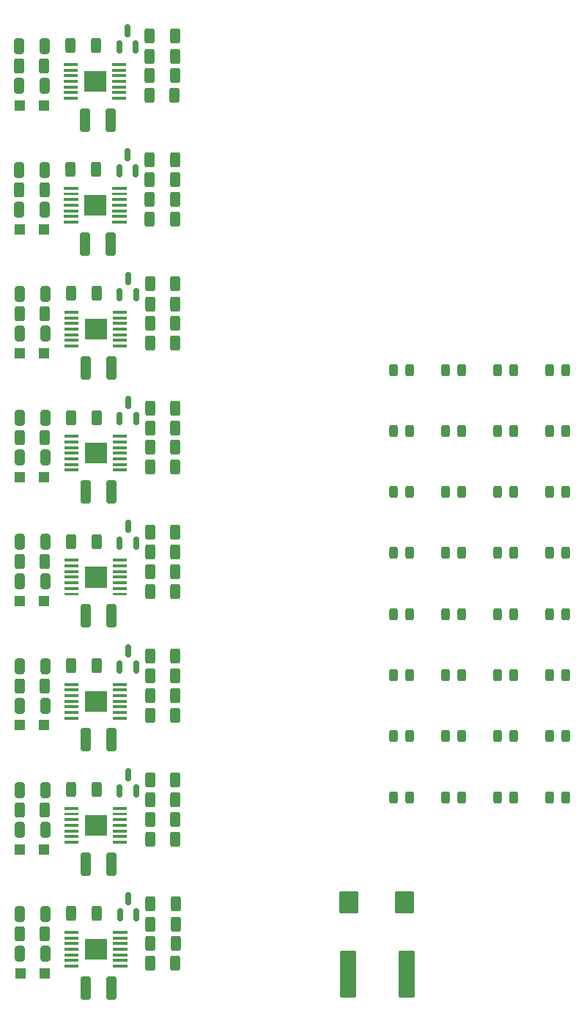
<source format=gbr>
G04 #@! TF.GenerationSoftware,KiCad,Pcbnew,8.0.1*
G04 #@! TF.CreationDate,2024-09-07T13:53:51-04:00*
G04 #@! TF.ProjectId,16ch-driver-v1,31366368-2d64-4726-9976-65722d76312e,rev?*
G04 #@! TF.SameCoordinates,Original*
G04 #@! TF.FileFunction,Paste,Top*
G04 #@! TF.FilePolarity,Positive*
%FSLAX46Y46*%
G04 Gerber Fmt 4.6, Leading zero omitted, Abs format (unit mm)*
G04 Created by KiCad (PCBNEW 8.0.1) date 2024-09-07 13:53:51*
%MOMM*%
%LPD*%
G01*
G04 APERTURE LIST*
G04 Aperture macros list*
%AMRoundRect*
0 Rectangle with rounded corners*
0 $1 Rounding radius*
0 $2 $3 $4 $5 $6 $7 $8 $9 X,Y pos of 4 corners*
0 Add a 4 corners polygon primitive as box body*
4,1,4,$2,$3,$4,$5,$6,$7,$8,$9,$2,$3,0*
0 Add four circle primitives for the rounded corners*
1,1,$1+$1,$2,$3*
1,1,$1+$1,$4,$5*
1,1,$1+$1,$6,$7*
1,1,$1+$1,$8,$9*
0 Add four rect primitives between the rounded corners*
20,1,$1+$1,$2,$3,$4,$5,0*
20,1,$1+$1,$4,$5,$6,$7,0*
20,1,$1+$1,$6,$7,$8,$9,0*
20,1,$1+$1,$8,$9,$2,$3,0*%
G04 Aperture macros list end*
%ADD10C,0.010000*%
%ADD11RoundRect,0.250000X-0.312500X-0.625000X0.312500X-0.625000X0.312500X0.625000X-0.312500X0.625000X0*%
%ADD12RoundRect,0.250000X-0.325000X-0.650000X0.325000X-0.650000X0.325000X0.650000X-0.325000X0.650000X0*%
%ADD13RoundRect,0.250000X0.312500X0.625000X-0.312500X0.625000X-0.312500X-0.625000X0.312500X-0.625000X0*%
%ADD14RoundRect,0.250000X0.325000X1.100000X-0.325000X1.100000X-0.325000X-1.100000X0.325000X-1.100000X0*%
%ADD15RoundRect,0.243750X-0.243750X-0.456250X0.243750X-0.456250X0.243750X0.456250X-0.243750X0.456250X0*%
%ADD16R,1.200000X1.200000*%
%ADD17RoundRect,0.250000X-0.875000X-1.025000X0.875000X-1.025000X0.875000X1.025000X-0.875000X1.025000X0*%
%ADD18RoundRect,0.150000X0.150000X-0.587500X0.150000X0.587500X-0.150000X0.587500X-0.150000X-0.587500X0*%
%ADD19RoundRect,0.250000X0.712500X2.475000X-0.712500X2.475000X-0.712500X-2.475000X0.712500X-2.475000X0*%
G04 APERTURE END LIST*
D10*
G04 #@! TO.C,U3*
X124561503Y-76783213D02*
X123011503Y-76783213D01*
X123011503Y-76533213D01*
X124561503Y-76533213D01*
X124561503Y-76783213D01*
G36*
X124561503Y-76783213D02*
G01*
X123011503Y-76783213D01*
X123011503Y-76533213D01*
X124561503Y-76533213D01*
X124561503Y-76783213D01*
G37*
X124561503Y-77433213D02*
X123011503Y-77433213D01*
X123011503Y-77183213D01*
X124561503Y-77183213D01*
X124561503Y-77433213D01*
G36*
X124561503Y-77433213D02*
G01*
X123011503Y-77433213D01*
X123011503Y-77183213D01*
X124561503Y-77183213D01*
X124561503Y-77433213D01*
G37*
X124561503Y-78083213D02*
X123011503Y-78083213D01*
X123011503Y-77833213D01*
X124561503Y-77833213D01*
X124561503Y-78083213D01*
G36*
X124561503Y-78083213D02*
G01*
X123011503Y-78083213D01*
X123011503Y-77833213D01*
X124561503Y-77833213D01*
X124561503Y-78083213D01*
G37*
X124561503Y-78733213D02*
X123011503Y-78733213D01*
X123011503Y-78483213D01*
X124561503Y-78483213D01*
X124561503Y-78733213D01*
G36*
X124561503Y-78733213D02*
G01*
X123011503Y-78733213D01*
X123011503Y-78483213D01*
X124561503Y-78483213D01*
X124561503Y-78733213D01*
G37*
X124561503Y-79383213D02*
X123011503Y-79383213D01*
X123011503Y-79133213D01*
X124561503Y-79133213D01*
X124561503Y-79383213D01*
G36*
X124561503Y-79383213D02*
G01*
X123011503Y-79383213D01*
X123011503Y-79133213D01*
X124561503Y-79133213D01*
X124561503Y-79383213D01*
G37*
X124561503Y-80033213D02*
X123011503Y-80033213D01*
X123011503Y-79783213D01*
X124561503Y-79783213D01*
X124561503Y-80033213D01*
G36*
X124561503Y-80033213D02*
G01*
X123011503Y-80033213D01*
X123011503Y-79783213D01*
X124561503Y-79783213D01*
X124561503Y-80033213D01*
G37*
X124561503Y-80683213D02*
X123011503Y-80683213D01*
X123011503Y-80433213D01*
X124561503Y-80433213D01*
X124561503Y-80683213D01*
G36*
X124561503Y-80683213D02*
G01*
X123011503Y-80683213D01*
X123011503Y-80433213D01*
X124561503Y-80433213D01*
X124561503Y-80683213D01*
G37*
X127816503Y-79763213D02*
X125356503Y-79763213D01*
X125356503Y-77453213D01*
X127816503Y-77453213D01*
X127816503Y-79763213D01*
G36*
X127816503Y-79763213D02*
G01*
X125356503Y-79763213D01*
X125356503Y-77453213D01*
X127816503Y-77453213D01*
X127816503Y-79763213D01*
G37*
X130161503Y-76783213D02*
X128611503Y-76783213D01*
X128611503Y-76533213D01*
X130161503Y-76533213D01*
X130161503Y-76783213D01*
G36*
X130161503Y-76783213D02*
G01*
X128611503Y-76783213D01*
X128611503Y-76533213D01*
X130161503Y-76533213D01*
X130161503Y-76783213D01*
G37*
X130161503Y-77433213D02*
X128611503Y-77433213D01*
X128611503Y-77183213D01*
X130161503Y-77183213D01*
X130161503Y-77433213D01*
G36*
X130161503Y-77433213D02*
G01*
X128611503Y-77433213D01*
X128611503Y-77183213D01*
X130161503Y-77183213D01*
X130161503Y-77433213D01*
G37*
X130161503Y-78083213D02*
X128611503Y-78083213D01*
X128611503Y-77833213D01*
X130161503Y-77833213D01*
X130161503Y-78083213D01*
G36*
X130161503Y-78083213D02*
G01*
X128611503Y-78083213D01*
X128611503Y-77833213D01*
X130161503Y-77833213D01*
X130161503Y-78083213D01*
G37*
X130161503Y-78733213D02*
X128611503Y-78733213D01*
X128611503Y-78483213D01*
X130161503Y-78483213D01*
X130161503Y-78733213D01*
G36*
X130161503Y-78733213D02*
G01*
X128611503Y-78733213D01*
X128611503Y-78483213D01*
X130161503Y-78483213D01*
X130161503Y-78733213D01*
G37*
X130161503Y-79383213D02*
X128611503Y-79383213D01*
X128611503Y-79133213D01*
X130161503Y-79133213D01*
X130161503Y-79383213D01*
G36*
X130161503Y-79383213D02*
G01*
X128611503Y-79383213D01*
X128611503Y-79133213D01*
X130161503Y-79133213D01*
X130161503Y-79383213D01*
G37*
X130161503Y-80033213D02*
X128611503Y-80033213D01*
X128611503Y-79783213D01*
X130161503Y-79783213D01*
X130161503Y-80033213D01*
G36*
X130161503Y-80033213D02*
G01*
X128611503Y-80033213D01*
X128611503Y-79783213D01*
X130161503Y-79783213D01*
X130161503Y-80033213D01*
G37*
X130161503Y-80683213D02*
X128611503Y-80683213D01*
X128611503Y-80433213D01*
X130161503Y-80433213D01*
X130161503Y-80683213D01*
G36*
X130161503Y-80683213D02*
G01*
X128611503Y-80683213D01*
X128611503Y-80433213D01*
X130161503Y-80433213D01*
X130161503Y-80683213D01*
G37*
G04 #@! TO.C,U8*
X124581503Y-148411783D02*
X123031503Y-148411783D01*
X123031503Y-148161783D01*
X124581503Y-148161783D01*
X124581503Y-148411783D01*
G36*
X124581503Y-148411783D02*
G01*
X123031503Y-148411783D01*
X123031503Y-148161783D01*
X124581503Y-148161783D01*
X124581503Y-148411783D01*
G37*
X124581503Y-149061783D02*
X123031503Y-149061783D01*
X123031503Y-148811783D01*
X124581503Y-148811783D01*
X124581503Y-149061783D01*
G36*
X124581503Y-149061783D02*
G01*
X123031503Y-149061783D01*
X123031503Y-148811783D01*
X124581503Y-148811783D01*
X124581503Y-149061783D01*
G37*
X124581503Y-149711783D02*
X123031503Y-149711783D01*
X123031503Y-149461783D01*
X124581503Y-149461783D01*
X124581503Y-149711783D01*
G36*
X124581503Y-149711783D02*
G01*
X123031503Y-149711783D01*
X123031503Y-149461783D01*
X124581503Y-149461783D01*
X124581503Y-149711783D01*
G37*
X124581503Y-150361783D02*
X123031503Y-150361783D01*
X123031503Y-150111783D01*
X124581503Y-150111783D01*
X124581503Y-150361783D01*
G36*
X124581503Y-150361783D02*
G01*
X123031503Y-150361783D01*
X123031503Y-150111783D01*
X124581503Y-150111783D01*
X124581503Y-150361783D01*
G37*
X124581503Y-151011783D02*
X123031503Y-151011783D01*
X123031503Y-150761783D01*
X124581503Y-150761783D01*
X124581503Y-151011783D01*
G36*
X124581503Y-151011783D02*
G01*
X123031503Y-151011783D01*
X123031503Y-150761783D01*
X124581503Y-150761783D01*
X124581503Y-151011783D01*
G37*
X124581503Y-151661783D02*
X123031503Y-151661783D01*
X123031503Y-151411783D01*
X124581503Y-151411783D01*
X124581503Y-151661783D01*
G36*
X124581503Y-151661783D02*
G01*
X123031503Y-151661783D01*
X123031503Y-151411783D01*
X124581503Y-151411783D01*
X124581503Y-151661783D01*
G37*
X124581503Y-152311783D02*
X123031503Y-152311783D01*
X123031503Y-152061783D01*
X124581503Y-152061783D01*
X124581503Y-152311783D01*
G36*
X124581503Y-152311783D02*
G01*
X123031503Y-152311783D01*
X123031503Y-152061783D01*
X124581503Y-152061783D01*
X124581503Y-152311783D01*
G37*
X127836503Y-151391783D02*
X125376503Y-151391783D01*
X125376503Y-149081783D01*
X127836503Y-149081783D01*
X127836503Y-151391783D01*
G36*
X127836503Y-151391783D02*
G01*
X125376503Y-151391783D01*
X125376503Y-149081783D01*
X127836503Y-149081783D01*
X127836503Y-151391783D01*
G37*
X130181503Y-148411783D02*
X128631503Y-148411783D01*
X128631503Y-148161783D01*
X130181503Y-148161783D01*
X130181503Y-148411783D01*
G36*
X130181503Y-148411783D02*
G01*
X128631503Y-148411783D01*
X128631503Y-148161783D01*
X130181503Y-148161783D01*
X130181503Y-148411783D01*
G37*
X130181503Y-149061783D02*
X128631503Y-149061783D01*
X128631503Y-148811783D01*
X130181503Y-148811783D01*
X130181503Y-149061783D01*
G36*
X130181503Y-149061783D02*
G01*
X128631503Y-149061783D01*
X128631503Y-148811783D01*
X130181503Y-148811783D01*
X130181503Y-149061783D01*
G37*
X130181503Y-149711783D02*
X128631503Y-149711783D01*
X128631503Y-149461783D01*
X130181503Y-149461783D01*
X130181503Y-149711783D01*
G36*
X130181503Y-149711783D02*
G01*
X128631503Y-149711783D01*
X128631503Y-149461783D01*
X130181503Y-149461783D01*
X130181503Y-149711783D01*
G37*
X130181503Y-150361783D02*
X128631503Y-150361783D01*
X128631503Y-150111783D01*
X130181503Y-150111783D01*
X130181503Y-150361783D01*
G36*
X130181503Y-150361783D02*
G01*
X128631503Y-150361783D01*
X128631503Y-150111783D01*
X130181503Y-150111783D01*
X130181503Y-150361783D01*
G37*
X130181503Y-151011783D02*
X128631503Y-151011783D01*
X128631503Y-150761783D01*
X130181503Y-150761783D01*
X130181503Y-151011783D01*
G36*
X130181503Y-151011783D02*
G01*
X128631503Y-151011783D01*
X128631503Y-150761783D01*
X130181503Y-150761783D01*
X130181503Y-151011783D01*
G37*
X130181503Y-151661783D02*
X128631503Y-151661783D01*
X128631503Y-151411783D01*
X130181503Y-151411783D01*
X130181503Y-151661783D01*
G36*
X130181503Y-151661783D02*
G01*
X128631503Y-151661783D01*
X128631503Y-151411783D01*
X130181503Y-151411783D01*
X130181503Y-151661783D01*
G37*
X130181503Y-152311783D02*
X128631503Y-152311783D01*
X128631503Y-152061783D01*
X130181503Y-152061783D01*
X130181503Y-152311783D01*
G36*
X130181503Y-152311783D02*
G01*
X128631503Y-152311783D01*
X128631503Y-152061783D01*
X130181503Y-152061783D01*
X130181503Y-152311783D01*
G37*
G04 #@! TO.C,U1*
X124486503Y-48169999D02*
X122936503Y-48169999D01*
X122936503Y-47919999D01*
X124486503Y-47919999D01*
X124486503Y-48169999D01*
G36*
X124486503Y-48169999D02*
G01*
X122936503Y-48169999D01*
X122936503Y-47919999D01*
X124486503Y-47919999D01*
X124486503Y-48169999D01*
G37*
X124486503Y-48819999D02*
X122936503Y-48819999D01*
X122936503Y-48569999D01*
X124486503Y-48569999D01*
X124486503Y-48819999D01*
G36*
X124486503Y-48819999D02*
G01*
X122936503Y-48819999D01*
X122936503Y-48569999D01*
X124486503Y-48569999D01*
X124486503Y-48819999D01*
G37*
X124486503Y-49469999D02*
X122936503Y-49469999D01*
X122936503Y-49219999D01*
X124486503Y-49219999D01*
X124486503Y-49469999D01*
G36*
X124486503Y-49469999D02*
G01*
X122936503Y-49469999D01*
X122936503Y-49219999D01*
X124486503Y-49219999D01*
X124486503Y-49469999D01*
G37*
X124486503Y-50119999D02*
X122936503Y-50119999D01*
X122936503Y-49869999D01*
X124486503Y-49869999D01*
X124486503Y-50119999D01*
G36*
X124486503Y-50119999D02*
G01*
X122936503Y-50119999D01*
X122936503Y-49869999D01*
X124486503Y-49869999D01*
X124486503Y-50119999D01*
G37*
X124486503Y-50769999D02*
X122936503Y-50769999D01*
X122936503Y-50519999D01*
X124486503Y-50519999D01*
X124486503Y-50769999D01*
G36*
X124486503Y-50769999D02*
G01*
X122936503Y-50769999D01*
X122936503Y-50519999D01*
X124486503Y-50519999D01*
X124486503Y-50769999D01*
G37*
X124486503Y-51419999D02*
X122936503Y-51419999D01*
X122936503Y-51169999D01*
X124486503Y-51169999D01*
X124486503Y-51419999D01*
G36*
X124486503Y-51419999D02*
G01*
X122936503Y-51419999D01*
X122936503Y-51169999D01*
X124486503Y-51169999D01*
X124486503Y-51419999D01*
G37*
X124486503Y-52069999D02*
X122936503Y-52069999D01*
X122936503Y-51819999D01*
X124486503Y-51819999D01*
X124486503Y-52069999D01*
G36*
X124486503Y-52069999D02*
G01*
X122936503Y-52069999D01*
X122936503Y-51819999D01*
X124486503Y-51819999D01*
X124486503Y-52069999D01*
G37*
X127741503Y-51149999D02*
X125281503Y-51149999D01*
X125281503Y-48839999D01*
X127741503Y-48839999D01*
X127741503Y-51149999D01*
G36*
X127741503Y-51149999D02*
G01*
X125281503Y-51149999D01*
X125281503Y-48839999D01*
X127741503Y-48839999D01*
X127741503Y-51149999D01*
G37*
X130086503Y-48169999D02*
X128536503Y-48169999D01*
X128536503Y-47919999D01*
X130086503Y-47919999D01*
X130086503Y-48169999D01*
G36*
X130086503Y-48169999D02*
G01*
X128536503Y-48169999D01*
X128536503Y-47919999D01*
X130086503Y-47919999D01*
X130086503Y-48169999D01*
G37*
X130086503Y-48819999D02*
X128536503Y-48819999D01*
X128536503Y-48569999D01*
X130086503Y-48569999D01*
X130086503Y-48819999D01*
G36*
X130086503Y-48819999D02*
G01*
X128536503Y-48819999D01*
X128536503Y-48569999D01*
X130086503Y-48569999D01*
X130086503Y-48819999D01*
G37*
X130086503Y-49469999D02*
X128536503Y-49469999D01*
X128536503Y-49219999D01*
X130086503Y-49219999D01*
X130086503Y-49469999D01*
G36*
X130086503Y-49469999D02*
G01*
X128536503Y-49469999D01*
X128536503Y-49219999D01*
X130086503Y-49219999D01*
X130086503Y-49469999D01*
G37*
X130086503Y-50119999D02*
X128536503Y-50119999D01*
X128536503Y-49869999D01*
X130086503Y-49869999D01*
X130086503Y-50119999D01*
G36*
X130086503Y-50119999D02*
G01*
X128536503Y-50119999D01*
X128536503Y-49869999D01*
X130086503Y-49869999D01*
X130086503Y-50119999D01*
G37*
X130086503Y-50769999D02*
X128536503Y-50769999D01*
X128536503Y-50519999D01*
X130086503Y-50519999D01*
X130086503Y-50769999D01*
G36*
X130086503Y-50769999D02*
G01*
X128536503Y-50769999D01*
X128536503Y-50519999D01*
X130086503Y-50519999D01*
X130086503Y-50769999D01*
G37*
X130086503Y-51419999D02*
X128536503Y-51419999D01*
X128536503Y-51169999D01*
X130086503Y-51169999D01*
X130086503Y-51419999D01*
G36*
X130086503Y-51419999D02*
G01*
X128536503Y-51419999D01*
X128536503Y-51169999D01*
X130086503Y-51169999D01*
X130086503Y-51419999D01*
G37*
X130086503Y-52069999D02*
X128536503Y-52069999D01*
X128536503Y-51819999D01*
X130086503Y-51819999D01*
X130086503Y-52069999D01*
G36*
X130086503Y-52069999D02*
G01*
X128536503Y-52069999D01*
X128536503Y-51819999D01*
X130086503Y-51819999D01*
X130086503Y-52069999D01*
G37*
G04 #@! TO.C,U2*
X124511503Y-62457499D02*
X122961503Y-62457499D01*
X122961503Y-62207499D01*
X124511503Y-62207499D01*
X124511503Y-62457499D01*
G36*
X124511503Y-62457499D02*
G01*
X122961503Y-62457499D01*
X122961503Y-62207499D01*
X124511503Y-62207499D01*
X124511503Y-62457499D01*
G37*
X124511503Y-63107499D02*
X122961503Y-63107499D01*
X122961503Y-62857499D01*
X124511503Y-62857499D01*
X124511503Y-63107499D01*
G36*
X124511503Y-63107499D02*
G01*
X122961503Y-63107499D01*
X122961503Y-62857499D01*
X124511503Y-62857499D01*
X124511503Y-63107499D01*
G37*
X124511503Y-63757499D02*
X122961503Y-63757499D01*
X122961503Y-63507499D01*
X124511503Y-63507499D01*
X124511503Y-63757499D01*
G36*
X124511503Y-63757499D02*
G01*
X122961503Y-63757499D01*
X122961503Y-63507499D01*
X124511503Y-63507499D01*
X124511503Y-63757499D01*
G37*
X124511503Y-64407499D02*
X122961503Y-64407499D01*
X122961503Y-64157499D01*
X124511503Y-64157499D01*
X124511503Y-64407499D01*
G36*
X124511503Y-64407499D02*
G01*
X122961503Y-64407499D01*
X122961503Y-64157499D01*
X124511503Y-64157499D01*
X124511503Y-64407499D01*
G37*
X124511503Y-65057499D02*
X122961503Y-65057499D01*
X122961503Y-64807499D01*
X124511503Y-64807499D01*
X124511503Y-65057499D01*
G36*
X124511503Y-65057499D02*
G01*
X122961503Y-65057499D01*
X122961503Y-64807499D01*
X124511503Y-64807499D01*
X124511503Y-65057499D01*
G37*
X124511503Y-65707499D02*
X122961503Y-65707499D01*
X122961503Y-65457499D01*
X124511503Y-65457499D01*
X124511503Y-65707499D01*
G36*
X124511503Y-65707499D02*
G01*
X122961503Y-65707499D01*
X122961503Y-65457499D01*
X124511503Y-65457499D01*
X124511503Y-65707499D01*
G37*
X124511503Y-66357499D02*
X122961503Y-66357499D01*
X122961503Y-66107499D01*
X124511503Y-66107499D01*
X124511503Y-66357499D01*
G36*
X124511503Y-66357499D02*
G01*
X122961503Y-66357499D01*
X122961503Y-66107499D01*
X124511503Y-66107499D01*
X124511503Y-66357499D01*
G37*
X127766503Y-65437499D02*
X125306503Y-65437499D01*
X125306503Y-63127499D01*
X127766503Y-63127499D01*
X127766503Y-65437499D01*
G36*
X127766503Y-65437499D02*
G01*
X125306503Y-65437499D01*
X125306503Y-63127499D01*
X127766503Y-63127499D01*
X127766503Y-65437499D01*
G37*
X130111503Y-62457499D02*
X128561503Y-62457499D01*
X128561503Y-62207499D01*
X130111503Y-62207499D01*
X130111503Y-62457499D01*
G36*
X130111503Y-62457499D02*
G01*
X128561503Y-62457499D01*
X128561503Y-62207499D01*
X130111503Y-62207499D01*
X130111503Y-62457499D01*
G37*
X130111503Y-63107499D02*
X128561503Y-63107499D01*
X128561503Y-62857499D01*
X130111503Y-62857499D01*
X130111503Y-63107499D01*
G36*
X130111503Y-63107499D02*
G01*
X128561503Y-63107499D01*
X128561503Y-62857499D01*
X130111503Y-62857499D01*
X130111503Y-63107499D01*
G37*
X130111503Y-63757499D02*
X128561503Y-63757499D01*
X128561503Y-63507499D01*
X130111503Y-63507499D01*
X130111503Y-63757499D01*
G36*
X130111503Y-63757499D02*
G01*
X128561503Y-63757499D01*
X128561503Y-63507499D01*
X130111503Y-63507499D01*
X130111503Y-63757499D01*
G37*
X130111503Y-64407499D02*
X128561503Y-64407499D01*
X128561503Y-64157499D01*
X130111503Y-64157499D01*
X130111503Y-64407499D01*
G36*
X130111503Y-64407499D02*
G01*
X128561503Y-64407499D01*
X128561503Y-64157499D01*
X130111503Y-64157499D01*
X130111503Y-64407499D01*
G37*
X130111503Y-65057499D02*
X128561503Y-65057499D01*
X128561503Y-64807499D01*
X130111503Y-64807499D01*
X130111503Y-65057499D01*
G36*
X130111503Y-65057499D02*
G01*
X128561503Y-65057499D01*
X128561503Y-64807499D01*
X130111503Y-64807499D01*
X130111503Y-65057499D01*
G37*
X130111503Y-65707499D02*
X128561503Y-65707499D01*
X128561503Y-65457499D01*
X130111503Y-65457499D01*
X130111503Y-65707499D01*
G36*
X130111503Y-65707499D02*
G01*
X128561503Y-65707499D01*
X128561503Y-65457499D01*
X130111503Y-65457499D01*
X130111503Y-65707499D01*
G37*
X130111503Y-66357499D02*
X128561503Y-66357499D01*
X128561503Y-66107499D01*
X130111503Y-66107499D01*
X130111503Y-66357499D01*
G36*
X130111503Y-66357499D02*
G01*
X128561503Y-66357499D01*
X128561503Y-66107499D01*
X130111503Y-66107499D01*
X130111503Y-66357499D01*
G37*
G04 #@! TO.C,U5*
X124561503Y-105434641D02*
X123011503Y-105434641D01*
X123011503Y-105184641D01*
X124561503Y-105184641D01*
X124561503Y-105434641D01*
G36*
X124561503Y-105434641D02*
G01*
X123011503Y-105434641D01*
X123011503Y-105184641D01*
X124561503Y-105184641D01*
X124561503Y-105434641D01*
G37*
X124561503Y-106084641D02*
X123011503Y-106084641D01*
X123011503Y-105834641D01*
X124561503Y-105834641D01*
X124561503Y-106084641D01*
G36*
X124561503Y-106084641D02*
G01*
X123011503Y-106084641D01*
X123011503Y-105834641D01*
X124561503Y-105834641D01*
X124561503Y-106084641D01*
G37*
X124561503Y-106734641D02*
X123011503Y-106734641D01*
X123011503Y-106484641D01*
X124561503Y-106484641D01*
X124561503Y-106734641D01*
G36*
X124561503Y-106734641D02*
G01*
X123011503Y-106734641D01*
X123011503Y-106484641D01*
X124561503Y-106484641D01*
X124561503Y-106734641D01*
G37*
X124561503Y-107384641D02*
X123011503Y-107384641D01*
X123011503Y-107134641D01*
X124561503Y-107134641D01*
X124561503Y-107384641D01*
G36*
X124561503Y-107384641D02*
G01*
X123011503Y-107384641D01*
X123011503Y-107134641D01*
X124561503Y-107134641D01*
X124561503Y-107384641D01*
G37*
X124561503Y-108034641D02*
X123011503Y-108034641D01*
X123011503Y-107784641D01*
X124561503Y-107784641D01*
X124561503Y-108034641D01*
G36*
X124561503Y-108034641D02*
G01*
X123011503Y-108034641D01*
X123011503Y-107784641D01*
X124561503Y-107784641D01*
X124561503Y-108034641D01*
G37*
X124561503Y-108684641D02*
X123011503Y-108684641D01*
X123011503Y-108434641D01*
X124561503Y-108434641D01*
X124561503Y-108684641D01*
G36*
X124561503Y-108684641D02*
G01*
X123011503Y-108684641D01*
X123011503Y-108434641D01*
X124561503Y-108434641D01*
X124561503Y-108684641D01*
G37*
X124561503Y-109334641D02*
X123011503Y-109334641D01*
X123011503Y-109084641D01*
X124561503Y-109084641D01*
X124561503Y-109334641D01*
G36*
X124561503Y-109334641D02*
G01*
X123011503Y-109334641D01*
X123011503Y-109084641D01*
X124561503Y-109084641D01*
X124561503Y-109334641D01*
G37*
X127816503Y-108414641D02*
X125356503Y-108414641D01*
X125356503Y-106104641D01*
X127816503Y-106104641D01*
X127816503Y-108414641D01*
G36*
X127816503Y-108414641D02*
G01*
X125356503Y-108414641D01*
X125356503Y-106104641D01*
X127816503Y-106104641D01*
X127816503Y-108414641D01*
G37*
X130161503Y-105434641D02*
X128611503Y-105434641D01*
X128611503Y-105184641D01*
X130161503Y-105184641D01*
X130161503Y-105434641D01*
G36*
X130161503Y-105434641D02*
G01*
X128611503Y-105434641D01*
X128611503Y-105184641D01*
X130161503Y-105184641D01*
X130161503Y-105434641D01*
G37*
X130161503Y-106084641D02*
X128611503Y-106084641D01*
X128611503Y-105834641D01*
X130161503Y-105834641D01*
X130161503Y-106084641D01*
G36*
X130161503Y-106084641D02*
G01*
X128611503Y-106084641D01*
X128611503Y-105834641D01*
X130161503Y-105834641D01*
X130161503Y-106084641D01*
G37*
X130161503Y-106734641D02*
X128611503Y-106734641D01*
X128611503Y-106484641D01*
X130161503Y-106484641D01*
X130161503Y-106734641D01*
G36*
X130161503Y-106734641D02*
G01*
X128611503Y-106734641D01*
X128611503Y-106484641D01*
X130161503Y-106484641D01*
X130161503Y-106734641D01*
G37*
X130161503Y-107384641D02*
X128611503Y-107384641D01*
X128611503Y-107134641D01*
X130161503Y-107134641D01*
X130161503Y-107384641D01*
G36*
X130161503Y-107384641D02*
G01*
X128611503Y-107384641D01*
X128611503Y-107134641D01*
X130161503Y-107134641D01*
X130161503Y-107384641D01*
G37*
X130161503Y-108034641D02*
X128611503Y-108034641D01*
X128611503Y-107784641D01*
X130161503Y-107784641D01*
X130161503Y-108034641D01*
G36*
X130161503Y-108034641D02*
G01*
X128611503Y-108034641D01*
X128611503Y-107784641D01*
X130161503Y-107784641D01*
X130161503Y-108034641D01*
G37*
X130161503Y-108684641D02*
X128611503Y-108684641D01*
X128611503Y-108434641D01*
X130161503Y-108434641D01*
X130161503Y-108684641D01*
G36*
X130161503Y-108684641D02*
G01*
X128611503Y-108684641D01*
X128611503Y-108434641D01*
X130161503Y-108434641D01*
X130161503Y-108684641D01*
G37*
X130161503Y-109334641D02*
X128611503Y-109334641D01*
X128611503Y-109084641D01*
X130161503Y-109084641D01*
X130161503Y-109334641D01*
G36*
X130161503Y-109334641D02*
G01*
X128611503Y-109334641D01*
X128611503Y-109084641D01*
X130161503Y-109084641D01*
X130161503Y-109334641D01*
G37*
G04 #@! TO.C,U4*
X124561503Y-91108927D02*
X123011503Y-91108927D01*
X123011503Y-90858927D01*
X124561503Y-90858927D01*
X124561503Y-91108927D01*
G36*
X124561503Y-91108927D02*
G01*
X123011503Y-91108927D01*
X123011503Y-90858927D01*
X124561503Y-90858927D01*
X124561503Y-91108927D01*
G37*
X124561503Y-91758927D02*
X123011503Y-91758927D01*
X123011503Y-91508927D01*
X124561503Y-91508927D01*
X124561503Y-91758927D01*
G36*
X124561503Y-91758927D02*
G01*
X123011503Y-91758927D01*
X123011503Y-91508927D01*
X124561503Y-91508927D01*
X124561503Y-91758927D01*
G37*
X124561503Y-92408927D02*
X123011503Y-92408927D01*
X123011503Y-92158927D01*
X124561503Y-92158927D01*
X124561503Y-92408927D01*
G36*
X124561503Y-92408927D02*
G01*
X123011503Y-92408927D01*
X123011503Y-92158927D01*
X124561503Y-92158927D01*
X124561503Y-92408927D01*
G37*
X124561503Y-93058927D02*
X123011503Y-93058927D01*
X123011503Y-92808927D01*
X124561503Y-92808927D01*
X124561503Y-93058927D01*
G36*
X124561503Y-93058927D02*
G01*
X123011503Y-93058927D01*
X123011503Y-92808927D01*
X124561503Y-92808927D01*
X124561503Y-93058927D01*
G37*
X124561503Y-93708927D02*
X123011503Y-93708927D01*
X123011503Y-93458927D01*
X124561503Y-93458927D01*
X124561503Y-93708927D01*
G36*
X124561503Y-93708927D02*
G01*
X123011503Y-93708927D01*
X123011503Y-93458927D01*
X124561503Y-93458927D01*
X124561503Y-93708927D01*
G37*
X124561503Y-94358927D02*
X123011503Y-94358927D01*
X123011503Y-94108927D01*
X124561503Y-94108927D01*
X124561503Y-94358927D01*
G36*
X124561503Y-94358927D02*
G01*
X123011503Y-94358927D01*
X123011503Y-94108927D01*
X124561503Y-94108927D01*
X124561503Y-94358927D01*
G37*
X124561503Y-95008927D02*
X123011503Y-95008927D01*
X123011503Y-94758927D01*
X124561503Y-94758927D01*
X124561503Y-95008927D01*
G36*
X124561503Y-95008927D02*
G01*
X123011503Y-95008927D01*
X123011503Y-94758927D01*
X124561503Y-94758927D01*
X124561503Y-95008927D01*
G37*
X127816503Y-94088927D02*
X125356503Y-94088927D01*
X125356503Y-91778927D01*
X127816503Y-91778927D01*
X127816503Y-94088927D01*
G36*
X127816503Y-94088927D02*
G01*
X125356503Y-94088927D01*
X125356503Y-91778927D01*
X127816503Y-91778927D01*
X127816503Y-94088927D01*
G37*
X130161503Y-91108927D02*
X128611503Y-91108927D01*
X128611503Y-90858927D01*
X130161503Y-90858927D01*
X130161503Y-91108927D01*
G36*
X130161503Y-91108927D02*
G01*
X128611503Y-91108927D01*
X128611503Y-90858927D01*
X130161503Y-90858927D01*
X130161503Y-91108927D01*
G37*
X130161503Y-91758927D02*
X128611503Y-91758927D01*
X128611503Y-91508927D01*
X130161503Y-91508927D01*
X130161503Y-91758927D01*
G36*
X130161503Y-91758927D02*
G01*
X128611503Y-91758927D01*
X128611503Y-91508927D01*
X130161503Y-91508927D01*
X130161503Y-91758927D01*
G37*
X130161503Y-92408927D02*
X128611503Y-92408927D01*
X128611503Y-92158927D01*
X130161503Y-92158927D01*
X130161503Y-92408927D01*
G36*
X130161503Y-92408927D02*
G01*
X128611503Y-92408927D01*
X128611503Y-92158927D01*
X130161503Y-92158927D01*
X130161503Y-92408927D01*
G37*
X130161503Y-93058927D02*
X128611503Y-93058927D01*
X128611503Y-92808927D01*
X130161503Y-92808927D01*
X130161503Y-93058927D01*
G36*
X130161503Y-93058927D02*
G01*
X128611503Y-93058927D01*
X128611503Y-92808927D01*
X130161503Y-92808927D01*
X130161503Y-93058927D01*
G37*
X130161503Y-93708927D02*
X128611503Y-93708927D01*
X128611503Y-93458927D01*
X130161503Y-93458927D01*
X130161503Y-93708927D01*
G36*
X130161503Y-93708927D02*
G01*
X128611503Y-93708927D01*
X128611503Y-93458927D01*
X130161503Y-93458927D01*
X130161503Y-93708927D01*
G37*
X130161503Y-94358927D02*
X128611503Y-94358927D01*
X128611503Y-94108927D01*
X130161503Y-94108927D01*
X130161503Y-94358927D01*
G36*
X130161503Y-94358927D02*
G01*
X128611503Y-94358927D01*
X128611503Y-94108927D01*
X130161503Y-94108927D01*
X130161503Y-94358927D01*
G37*
X130161503Y-95008927D02*
X128611503Y-95008927D01*
X128611503Y-94758927D01*
X130161503Y-94758927D01*
X130161503Y-95008927D01*
G36*
X130161503Y-95008927D02*
G01*
X128611503Y-95008927D01*
X128611503Y-94758927D01*
X130161503Y-94758927D01*
X130161503Y-95008927D01*
G37*
G04 #@! TO.C,U6*
X124561503Y-119760355D02*
X123011503Y-119760355D01*
X123011503Y-119510355D01*
X124561503Y-119510355D01*
X124561503Y-119760355D01*
G36*
X124561503Y-119760355D02*
G01*
X123011503Y-119760355D01*
X123011503Y-119510355D01*
X124561503Y-119510355D01*
X124561503Y-119760355D01*
G37*
X124561503Y-120410355D02*
X123011503Y-120410355D01*
X123011503Y-120160355D01*
X124561503Y-120160355D01*
X124561503Y-120410355D01*
G36*
X124561503Y-120410355D02*
G01*
X123011503Y-120410355D01*
X123011503Y-120160355D01*
X124561503Y-120160355D01*
X124561503Y-120410355D01*
G37*
X124561503Y-121060355D02*
X123011503Y-121060355D01*
X123011503Y-120810355D01*
X124561503Y-120810355D01*
X124561503Y-121060355D01*
G36*
X124561503Y-121060355D02*
G01*
X123011503Y-121060355D01*
X123011503Y-120810355D01*
X124561503Y-120810355D01*
X124561503Y-121060355D01*
G37*
X124561503Y-121710355D02*
X123011503Y-121710355D01*
X123011503Y-121460355D01*
X124561503Y-121460355D01*
X124561503Y-121710355D01*
G36*
X124561503Y-121710355D02*
G01*
X123011503Y-121710355D01*
X123011503Y-121460355D01*
X124561503Y-121460355D01*
X124561503Y-121710355D01*
G37*
X124561503Y-122360355D02*
X123011503Y-122360355D01*
X123011503Y-122110355D01*
X124561503Y-122110355D01*
X124561503Y-122360355D01*
G36*
X124561503Y-122360355D02*
G01*
X123011503Y-122360355D01*
X123011503Y-122110355D01*
X124561503Y-122110355D01*
X124561503Y-122360355D01*
G37*
X124561503Y-123010355D02*
X123011503Y-123010355D01*
X123011503Y-122760355D01*
X124561503Y-122760355D01*
X124561503Y-123010355D01*
G36*
X124561503Y-123010355D02*
G01*
X123011503Y-123010355D01*
X123011503Y-122760355D01*
X124561503Y-122760355D01*
X124561503Y-123010355D01*
G37*
X124561503Y-123660355D02*
X123011503Y-123660355D01*
X123011503Y-123410355D01*
X124561503Y-123410355D01*
X124561503Y-123660355D01*
G36*
X124561503Y-123660355D02*
G01*
X123011503Y-123660355D01*
X123011503Y-123410355D01*
X124561503Y-123410355D01*
X124561503Y-123660355D01*
G37*
X127816503Y-122740355D02*
X125356503Y-122740355D01*
X125356503Y-120430355D01*
X127816503Y-120430355D01*
X127816503Y-122740355D01*
G36*
X127816503Y-122740355D02*
G01*
X125356503Y-122740355D01*
X125356503Y-120430355D01*
X127816503Y-120430355D01*
X127816503Y-122740355D01*
G37*
X130161503Y-119760355D02*
X128611503Y-119760355D01*
X128611503Y-119510355D01*
X130161503Y-119510355D01*
X130161503Y-119760355D01*
G36*
X130161503Y-119760355D02*
G01*
X128611503Y-119760355D01*
X128611503Y-119510355D01*
X130161503Y-119510355D01*
X130161503Y-119760355D01*
G37*
X130161503Y-120410355D02*
X128611503Y-120410355D01*
X128611503Y-120160355D01*
X130161503Y-120160355D01*
X130161503Y-120410355D01*
G36*
X130161503Y-120410355D02*
G01*
X128611503Y-120410355D01*
X128611503Y-120160355D01*
X130161503Y-120160355D01*
X130161503Y-120410355D01*
G37*
X130161503Y-121060355D02*
X128611503Y-121060355D01*
X128611503Y-120810355D01*
X130161503Y-120810355D01*
X130161503Y-121060355D01*
G36*
X130161503Y-121060355D02*
G01*
X128611503Y-121060355D01*
X128611503Y-120810355D01*
X130161503Y-120810355D01*
X130161503Y-121060355D01*
G37*
X130161503Y-121710355D02*
X128611503Y-121710355D01*
X128611503Y-121460355D01*
X130161503Y-121460355D01*
X130161503Y-121710355D01*
G36*
X130161503Y-121710355D02*
G01*
X128611503Y-121710355D01*
X128611503Y-121460355D01*
X130161503Y-121460355D01*
X130161503Y-121710355D01*
G37*
X130161503Y-122360355D02*
X128611503Y-122360355D01*
X128611503Y-122110355D01*
X130161503Y-122110355D01*
X130161503Y-122360355D01*
G36*
X130161503Y-122360355D02*
G01*
X128611503Y-122360355D01*
X128611503Y-122110355D01*
X130161503Y-122110355D01*
X130161503Y-122360355D01*
G37*
X130161503Y-123010355D02*
X128611503Y-123010355D01*
X128611503Y-122760355D01*
X130161503Y-122760355D01*
X130161503Y-123010355D01*
G36*
X130161503Y-123010355D02*
G01*
X128611503Y-123010355D01*
X128611503Y-122760355D01*
X130161503Y-122760355D01*
X130161503Y-123010355D01*
G37*
X130161503Y-123660355D02*
X128611503Y-123660355D01*
X128611503Y-123410355D01*
X130161503Y-123410355D01*
X130161503Y-123660355D01*
G36*
X130161503Y-123660355D02*
G01*
X128611503Y-123660355D01*
X128611503Y-123410355D01*
X130161503Y-123410355D01*
X130161503Y-123660355D01*
G37*
G04 #@! TO.C,U7*
X124561503Y-134086069D02*
X123011503Y-134086069D01*
X123011503Y-133836069D01*
X124561503Y-133836069D01*
X124561503Y-134086069D01*
G36*
X124561503Y-134086069D02*
G01*
X123011503Y-134086069D01*
X123011503Y-133836069D01*
X124561503Y-133836069D01*
X124561503Y-134086069D01*
G37*
X124561503Y-134736069D02*
X123011503Y-134736069D01*
X123011503Y-134486069D01*
X124561503Y-134486069D01*
X124561503Y-134736069D01*
G36*
X124561503Y-134736069D02*
G01*
X123011503Y-134736069D01*
X123011503Y-134486069D01*
X124561503Y-134486069D01*
X124561503Y-134736069D01*
G37*
X124561503Y-135386069D02*
X123011503Y-135386069D01*
X123011503Y-135136069D01*
X124561503Y-135136069D01*
X124561503Y-135386069D01*
G36*
X124561503Y-135386069D02*
G01*
X123011503Y-135386069D01*
X123011503Y-135136069D01*
X124561503Y-135136069D01*
X124561503Y-135386069D01*
G37*
X124561503Y-136036069D02*
X123011503Y-136036069D01*
X123011503Y-135786069D01*
X124561503Y-135786069D01*
X124561503Y-136036069D01*
G36*
X124561503Y-136036069D02*
G01*
X123011503Y-136036069D01*
X123011503Y-135786069D01*
X124561503Y-135786069D01*
X124561503Y-136036069D01*
G37*
X124561503Y-136686069D02*
X123011503Y-136686069D01*
X123011503Y-136436069D01*
X124561503Y-136436069D01*
X124561503Y-136686069D01*
G36*
X124561503Y-136686069D02*
G01*
X123011503Y-136686069D01*
X123011503Y-136436069D01*
X124561503Y-136436069D01*
X124561503Y-136686069D01*
G37*
X124561503Y-137336069D02*
X123011503Y-137336069D01*
X123011503Y-137086069D01*
X124561503Y-137086069D01*
X124561503Y-137336069D01*
G36*
X124561503Y-137336069D02*
G01*
X123011503Y-137336069D01*
X123011503Y-137086069D01*
X124561503Y-137086069D01*
X124561503Y-137336069D01*
G37*
X124561503Y-137986069D02*
X123011503Y-137986069D01*
X123011503Y-137736069D01*
X124561503Y-137736069D01*
X124561503Y-137986069D01*
G36*
X124561503Y-137986069D02*
G01*
X123011503Y-137986069D01*
X123011503Y-137736069D01*
X124561503Y-137736069D01*
X124561503Y-137986069D01*
G37*
X127816503Y-137066069D02*
X125356503Y-137066069D01*
X125356503Y-134756069D01*
X127816503Y-134756069D01*
X127816503Y-137066069D01*
G36*
X127816503Y-137066069D02*
G01*
X125356503Y-137066069D01*
X125356503Y-134756069D01*
X127816503Y-134756069D01*
X127816503Y-137066069D01*
G37*
X130161503Y-134086069D02*
X128611503Y-134086069D01*
X128611503Y-133836069D01*
X130161503Y-133836069D01*
X130161503Y-134086069D01*
G36*
X130161503Y-134086069D02*
G01*
X128611503Y-134086069D01*
X128611503Y-133836069D01*
X130161503Y-133836069D01*
X130161503Y-134086069D01*
G37*
X130161503Y-134736069D02*
X128611503Y-134736069D01*
X128611503Y-134486069D01*
X130161503Y-134486069D01*
X130161503Y-134736069D01*
G36*
X130161503Y-134736069D02*
G01*
X128611503Y-134736069D01*
X128611503Y-134486069D01*
X130161503Y-134486069D01*
X130161503Y-134736069D01*
G37*
X130161503Y-135386069D02*
X128611503Y-135386069D01*
X128611503Y-135136069D01*
X130161503Y-135136069D01*
X130161503Y-135386069D01*
G36*
X130161503Y-135386069D02*
G01*
X128611503Y-135386069D01*
X128611503Y-135136069D01*
X130161503Y-135136069D01*
X130161503Y-135386069D01*
G37*
X130161503Y-136036069D02*
X128611503Y-136036069D01*
X128611503Y-135786069D01*
X130161503Y-135786069D01*
X130161503Y-136036069D01*
G36*
X130161503Y-136036069D02*
G01*
X128611503Y-136036069D01*
X128611503Y-135786069D01*
X130161503Y-135786069D01*
X130161503Y-136036069D01*
G37*
X130161503Y-136686069D02*
X128611503Y-136686069D01*
X128611503Y-136436069D01*
X130161503Y-136436069D01*
X130161503Y-136686069D01*
G36*
X130161503Y-136686069D02*
G01*
X128611503Y-136686069D01*
X128611503Y-136436069D01*
X130161503Y-136436069D01*
X130161503Y-136686069D01*
G37*
X130161503Y-137336069D02*
X128611503Y-137336069D01*
X128611503Y-137086069D01*
X130161503Y-137086069D01*
X130161503Y-137336069D01*
G36*
X130161503Y-137336069D02*
G01*
X128611503Y-137336069D01*
X128611503Y-137086069D01*
X130161503Y-137086069D01*
X130161503Y-137336069D01*
G37*
X130161503Y-137986069D02*
X128611503Y-137986069D01*
X128611503Y-137736069D01*
X130161503Y-137736069D01*
X130161503Y-137986069D01*
G36*
X130161503Y-137986069D02*
G01*
X128611503Y-137986069D01*
X128611503Y-137736069D01*
X130161503Y-137736069D01*
X130161503Y-137986069D01*
G37*
G04 #@! TD*
D11*
G04 #@! TO.C,R23*
X117836503Y-91183927D03*
X120761503Y-91183927D03*
G04 #@! TD*
D12*
G04 #@! TO.C,C3*
X117757502Y-45964999D03*
X120707502Y-45964999D03*
G04 #@! TD*
D13*
G04 #@! TO.C,R16*
X135848803Y-75729913D03*
X132923803Y-75729913D03*
G04 #@! TD*
D14*
G04 #@! TO.C,C23*
X128437502Y-154741783D03*
X125487502Y-154741783D03*
G04 #@! TD*
D15*
G04 #@! TO.C,D33*
X161003481Y-97457731D03*
X162878481Y-97457731D03*
G04 #@! TD*
D12*
G04 #@! TO.C,C4*
X117757502Y-50534999D03*
X120707502Y-50534999D03*
G04 #@! TD*
G04 #@! TO.C,C16*
X117832502Y-107799641D03*
X120782502Y-107799641D03*
G04 #@! TD*
D15*
G04 #@! TO.C,D38*
X167053481Y-111557731D03*
X168928481Y-111557731D03*
G04 #@! TD*
D13*
G04 #@! TO.C,R3*
X135771503Y-49374999D03*
X132846503Y-49374999D03*
G04 #@! TD*
D15*
G04 #@! TO.C,D42*
X161003481Y-118607731D03*
X162878481Y-118607731D03*
G04 #@! TD*
G04 #@! TO.C,D29*
X167053481Y-90407731D03*
X168928481Y-90407731D03*
G04 #@! TD*
G04 #@! TO.C,D39*
X161003481Y-111557731D03*
X162878481Y-111557731D03*
G04 #@! TD*
D13*
G04 #@! TO.C,R9*
X135796503Y-63662499D03*
X132871503Y-63662499D03*
G04 #@! TD*
D16*
G04 #@! TO.C,D13*
X120695002Y-110069641D03*
X117895002Y-110069641D03*
G04 #@! TD*
D13*
G04 #@! TO.C,R40*
X135848803Y-133032769D03*
X132923803Y-133032769D03*
G04 #@! TD*
D12*
G04 #@! TO.C,C13*
X117832502Y-93473927D03*
X120782502Y-93473927D03*
G04 #@! TD*
G04 #@! TO.C,C6*
X117782502Y-60252499D03*
X120732502Y-60252499D03*
G04 #@! TD*
D11*
G04 #@! TO.C,R11*
X117786503Y-62532499D03*
X120711503Y-62532499D03*
G04 #@! TD*
D15*
G04 #@! TO.C,D5*
X179087500Y-90410000D03*
X180962500Y-90410000D03*
G04 #@! TD*
D13*
G04 #@! TO.C,R37*
X135850002Y-130731069D03*
X132925002Y-130731069D03*
G04 #@! TD*
D15*
G04 #@! TO.C,D41*
X167053481Y-118607731D03*
X168928481Y-118607731D03*
G04 #@! TD*
D12*
G04 #@! TO.C,C18*
X117832502Y-117555355D03*
X120782502Y-117555355D03*
G04 #@! TD*
D16*
G04 #@! TO.C,D22*
X120715002Y-153046783D03*
X117915002Y-153046783D03*
G04 #@! TD*
G04 #@! TO.C,D7*
X120695002Y-81418213D03*
X117895002Y-81418213D03*
G04 #@! TD*
D11*
G04 #@! TO.C,R35*
X117836503Y-119835355D03*
X120761503Y-119835355D03*
G04 #@! TD*
D12*
G04 #@! TO.C,C19*
X117832502Y-122125355D03*
X120782502Y-122125355D03*
G04 #@! TD*
D17*
G04 #@! TO.C,C1*
X155906489Y-144837930D03*
X162306489Y-144837930D03*
G04 #@! TD*
D15*
G04 #@! TO.C,D11*
X179087500Y-104510000D03*
X180962500Y-104510000D03*
G04 #@! TD*
D16*
G04 #@! TO.C,D10*
X120695002Y-95743927D03*
X117895002Y-95743927D03*
G04 #@! TD*
D14*
G04 #@! TO.C,C11*
X128417502Y-97438927D03*
X125467502Y-97438927D03*
G04 #@! TD*
D15*
G04 #@! TO.C,D26*
X167053481Y-83357731D03*
X168928481Y-83357731D03*
G04 #@! TD*
D16*
G04 #@! TO.C,D4*
X120645002Y-67092499D03*
X117845002Y-67092499D03*
G04 #@! TD*
D13*
G04 #@! TO.C,R19*
X135850002Y-87753927D03*
X132925002Y-87753927D03*
G04 #@! TD*
D15*
G04 #@! TO.C,D24*
X173037500Y-132710000D03*
X174912500Y-132710000D03*
G04 #@! TD*
D13*
G04 #@! TO.C,R28*
X135848803Y-104381341D03*
X132923803Y-104381341D03*
G04 #@! TD*
D18*
G04 #@! TO.C,Q6*
X129417502Y-117652855D03*
X131317502Y-117652855D03*
X130367502Y-115777855D03*
G04 #@! TD*
D13*
G04 #@! TO.C,R48*
X135850002Y-151896783D03*
X132925002Y-151896783D03*
G04 #@! TD*
G04 #@! TO.C,R33*
X135846503Y-120965355D03*
X132921503Y-120965355D03*
G04 #@! TD*
D18*
G04 #@! TO.C,Q2*
X129367502Y-60349999D03*
X131267502Y-60349999D03*
X130317502Y-58474999D03*
G04 #@! TD*
D12*
G04 #@! TO.C,C12*
X117832502Y-88903927D03*
X120782502Y-88903927D03*
G04 #@! TD*
D13*
G04 #@! TO.C,R45*
X135866503Y-149616783D03*
X132941503Y-149616783D03*
G04 #@! TD*
D15*
G04 #@! TO.C,D23*
X179087500Y-132710000D03*
X180962500Y-132710000D03*
G04 #@! TD*
D12*
G04 #@! TO.C,C7*
X117782502Y-64822499D03*
X120732502Y-64822499D03*
G04 #@! TD*
D13*
G04 #@! TO.C,R4*
X135773803Y-47116699D03*
X132848803Y-47116699D03*
G04 #@! TD*
D15*
G04 #@! TO.C,D47*
X167053481Y-132707731D03*
X168928481Y-132707731D03*
G04 #@! TD*
G04 #@! TO.C,D27*
X161003481Y-83357731D03*
X162878481Y-83357731D03*
G04 #@! TD*
D13*
G04 #@! TO.C,R46*
X135868803Y-147358483D03*
X132943803Y-147358483D03*
G04 #@! TD*
D16*
G04 #@! TO.C,D16*
X120695002Y-124395355D03*
X117895002Y-124395355D03*
G04 #@! TD*
D13*
G04 #@! TO.C,R14*
X126720002Y-74528213D03*
X123795002Y-74528213D03*
G04 #@! TD*
D14*
G04 #@! TO.C,C14*
X128417502Y-111764641D03*
X125467502Y-111764641D03*
G04 #@! TD*
G04 #@! TO.C,C17*
X128417502Y-126090355D03*
X125467502Y-126090355D03*
G04 #@! TD*
D19*
G04 #@! TO.C,F1*
X162537500Y-153185000D03*
X155762500Y-153185000D03*
G04 #@! TD*
D11*
G04 #@! TO.C,R29*
X117836503Y-105509641D03*
X120761503Y-105509641D03*
G04 #@! TD*
D13*
G04 #@! TO.C,R30*
X135830002Y-108919641D03*
X132905002Y-108919641D03*
G04 #@! TD*
G04 #@! TO.C,R39*
X135846503Y-135291069D03*
X132921503Y-135291069D03*
G04 #@! TD*
D15*
G04 #@! TO.C,D45*
X161003481Y-125657731D03*
X162878481Y-125657731D03*
G04 #@! TD*
D14*
G04 #@! TO.C,C2*
X128342502Y-54499999D03*
X125392502Y-54499999D03*
G04 #@! TD*
D18*
G04 #@! TO.C,Q7*
X129417502Y-131978569D03*
X131317502Y-131978569D03*
X130367502Y-130103569D03*
G04 #@! TD*
D13*
G04 #@! TO.C,R1*
X135775002Y-44814999D03*
X132850002Y-44814999D03*
G04 #@! TD*
D12*
G04 #@! TO.C,C24*
X117852502Y-146206783D03*
X120802502Y-146206783D03*
G04 #@! TD*
D15*
G04 #@! TO.C,D3*
X173037500Y-83360000D03*
X174912500Y-83360000D03*
G04 #@! TD*
D13*
G04 #@! TO.C,R8*
X126670002Y-60202499D03*
X123745002Y-60202499D03*
G04 #@! TD*
G04 #@! TO.C,R34*
X135848803Y-118707055D03*
X132923803Y-118707055D03*
G04 #@! TD*
G04 #@! TO.C,R44*
X126740002Y-146156783D03*
X123815002Y-146156783D03*
G04 #@! TD*
D15*
G04 #@! TO.C,D44*
X167053481Y-125657731D03*
X168928481Y-125657731D03*
G04 #@! TD*
D12*
G04 #@! TO.C,C25*
X117852502Y-150776783D03*
X120802502Y-150776783D03*
G04 #@! TD*
D13*
G04 #@! TO.C,R38*
X126720002Y-131831069D03*
X123795002Y-131831069D03*
G04 #@! TD*
D18*
G04 #@! TO.C,Q4*
X129417502Y-89001427D03*
X131317502Y-89001427D03*
X130367502Y-87126427D03*
G04 #@! TD*
D15*
G04 #@! TO.C,D9*
X173037500Y-97460000D03*
X174912500Y-97460000D03*
G04 #@! TD*
G04 #@! TO.C,D20*
X179087500Y-125660000D03*
X180962500Y-125660000D03*
G04 #@! TD*
D13*
G04 #@! TO.C,R43*
X135870002Y-145056783D03*
X132945002Y-145056783D03*
G04 #@! TD*
D15*
G04 #@! TO.C,D30*
X161003481Y-90407731D03*
X162878481Y-90407731D03*
G04 #@! TD*
D18*
G04 #@! TO.C,Q3*
X129417502Y-74675713D03*
X131317502Y-74675713D03*
X130367502Y-72800713D03*
G04 #@! TD*
G04 #@! TO.C,Q1*
X129342502Y-46062499D03*
X131242502Y-46062499D03*
X130292502Y-44187499D03*
G04 #@! TD*
D11*
G04 #@! TO.C,R47*
X117856503Y-148486783D03*
X120781503Y-148486783D03*
G04 #@! TD*
D13*
G04 #@! TO.C,R15*
X135846503Y-77988213D03*
X132921503Y-77988213D03*
G04 #@! TD*
G04 #@! TO.C,R10*
X135798803Y-61404199D03*
X132873803Y-61404199D03*
G04 #@! TD*
D14*
G04 #@! TO.C,C20*
X128417502Y-140416069D03*
X125467502Y-140416069D03*
G04 #@! TD*
D16*
G04 #@! TO.C,D19*
X120695002Y-138721069D03*
X117895002Y-138721069D03*
G04 #@! TD*
D13*
G04 #@! TO.C,R6*
X135755002Y-51654999D03*
X132830002Y-51654999D03*
G04 #@! TD*
D15*
G04 #@! TO.C,D18*
X173037500Y-118610000D03*
X174912500Y-118610000D03*
G04 #@! TD*
D13*
G04 #@! TO.C,R7*
X135800002Y-59102499D03*
X132875002Y-59102499D03*
G04 #@! TD*
D15*
G04 #@! TO.C,D15*
X173062500Y-111560000D03*
X174937500Y-111560000D03*
G04 #@! TD*
D14*
G04 #@! TO.C,C5*
X128367502Y-68787499D03*
X125417502Y-68787499D03*
G04 #@! TD*
D13*
G04 #@! TO.C,R18*
X135830002Y-80268213D03*
X132905002Y-80268213D03*
G04 #@! TD*
D18*
G04 #@! TO.C,Q8*
X129437502Y-146304283D03*
X131337502Y-146304283D03*
X130387502Y-144429283D03*
G04 #@! TD*
D13*
G04 #@! TO.C,R24*
X135830002Y-94593927D03*
X132905002Y-94593927D03*
G04 #@! TD*
D16*
G04 #@! TO.C,D1*
X120620002Y-52804999D03*
X117820002Y-52804999D03*
G04 #@! TD*
D13*
G04 #@! TO.C,R13*
X135850002Y-73428213D03*
X132925002Y-73428213D03*
G04 #@! TD*
G04 #@! TO.C,R27*
X135846503Y-106639641D03*
X132921503Y-106639641D03*
G04 #@! TD*
D15*
G04 #@! TO.C,D2*
X179087500Y-83360000D03*
X180962500Y-83360000D03*
G04 #@! TD*
D13*
G04 #@! TO.C,R21*
X135846503Y-92313927D03*
X132921503Y-92313927D03*
G04 #@! TD*
D15*
G04 #@! TO.C,D14*
X179087500Y-111560000D03*
X180962500Y-111560000D03*
G04 #@! TD*
D13*
G04 #@! TO.C,R42*
X135830002Y-137571069D03*
X132905002Y-137571069D03*
G04 #@! TD*
D15*
G04 #@! TO.C,D21*
X173037500Y-125660000D03*
X174912500Y-125660000D03*
G04 #@! TD*
D13*
G04 #@! TO.C,R12*
X135780002Y-65942499D03*
X132855002Y-65942499D03*
G04 #@! TD*
G04 #@! TO.C,R31*
X135850002Y-116405355D03*
X132925002Y-116405355D03*
G04 #@! TD*
D18*
G04 #@! TO.C,Q5*
X129417502Y-103327141D03*
X131317502Y-103327141D03*
X130367502Y-101452141D03*
G04 #@! TD*
D15*
G04 #@! TO.C,D48*
X161006830Y-132708222D03*
X162881830Y-132708222D03*
G04 #@! TD*
D13*
G04 #@! TO.C,R20*
X126720002Y-88853927D03*
X123795002Y-88853927D03*
G04 #@! TD*
G04 #@! TO.C,R32*
X126720002Y-117505355D03*
X123795002Y-117505355D03*
G04 #@! TD*
D12*
G04 #@! TO.C,C9*
X117832502Y-74578213D03*
X120782502Y-74578213D03*
G04 #@! TD*
D13*
G04 #@! TO.C,R2*
X126645002Y-45914999D03*
X123720002Y-45914999D03*
G04 #@! TD*
D12*
G04 #@! TO.C,C22*
X117832502Y-136451069D03*
X120782502Y-136451069D03*
G04 #@! TD*
D11*
G04 #@! TO.C,R5*
X117761503Y-48244999D03*
X120686503Y-48244999D03*
G04 #@! TD*
D15*
G04 #@! TO.C,D8*
X179087500Y-97460000D03*
X180962500Y-97460000D03*
G04 #@! TD*
G04 #@! TO.C,D32*
X167053481Y-97457731D03*
X168928481Y-97457731D03*
G04 #@! TD*
D12*
G04 #@! TO.C,C21*
X117832502Y-131881069D03*
X120782502Y-131881069D03*
G04 #@! TD*
D13*
G04 #@! TO.C,R26*
X126720002Y-103179641D03*
X123795002Y-103179641D03*
G04 #@! TD*
D15*
G04 #@! TO.C,D36*
X161003481Y-104507731D03*
X162878481Y-104507731D03*
G04 #@! TD*
G04 #@! TO.C,D12*
X173037500Y-104510000D03*
X174912500Y-104510000D03*
G04 #@! TD*
D11*
G04 #@! TO.C,R17*
X117836503Y-76858213D03*
X120761503Y-76858213D03*
G04 #@! TD*
D13*
G04 #@! TO.C,R22*
X135848803Y-90055627D03*
X132923803Y-90055627D03*
G04 #@! TD*
G04 #@! TO.C,R36*
X135830002Y-123245355D03*
X132905002Y-123245355D03*
G04 #@! TD*
D12*
G04 #@! TO.C,C10*
X117832502Y-79148213D03*
X120782502Y-79148213D03*
G04 #@! TD*
G04 #@! TO.C,C15*
X117832502Y-103229641D03*
X120782502Y-103229641D03*
G04 #@! TD*
D15*
G04 #@! TO.C,D35*
X167053481Y-104507731D03*
X168928481Y-104507731D03*
G04 #@! TD*
D11*
G04 #@! TO.C,R41*
X117836503Y-134161069D03*
X120761503Y-134161069D03*
G04 #@! TD*
D13*
G04 #@! TO.C,R25*
X135850002Y-102079641D03*
X132925002Y-102079641D03*
G04 #@! TD*
D15*
G04 #@! TO.C,D17*
X179087500Y-118610000D03*
X180962500Y-118610000D03*
G04 #@! TD*
D14*
G04 #@! TO.C,C8*
X128417502Y-83113213D03*
X125467502Y-83113213D03*
G04 #@! TD*
D15*
G04 #@! TO.C,D6*
X173037500Y-90410000D03*
X174912500Y-90410000D03*
G04 #@! TD*
M02*

</source>
